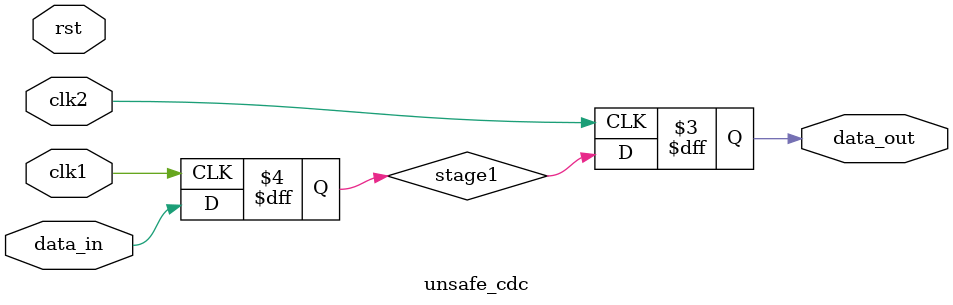
<source format=sv>
module unsafe_cdc (
    input logic clk1,
    input logic clk2,
    input logic rst,
    input logic data_in,
    output logic data_out
);
    logic stage1;

    always_ff @(posedge clk1) begin
        stage1 <= data_in;
    end

    always_ff @(posedge clk2) begin
        data_out <= stage1; // No synchronization → CDC issue!
    end
endmodule
</source>
